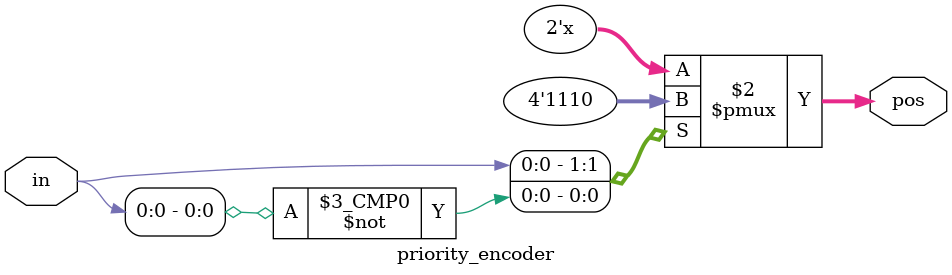
<source format=v>
module priority_encoder( 
input [2:0] in,
output reg [1:0] pos ); 
// When sel=1, assign b to out
// select HIGH or LOW priority
always @(in)
 begin
 casex(in)
 8'bxxxxxxx1: pos = 2'b11;
 8'bxxxxxxx0: pos = 2'b10;
 8'bxxxxxx00: pos = 2'b01;
 8'bxxxxxx01: pos = 2'b00;
 8'bxxxxx101: pos = 2'b11;
 8'bxxxx1011: pos = 2'b10;
 8'bxxxx1001: pos = 2'b01;
 8'bxxxx1000: pos = 2'b00;
 default: pos = 2'b00;
 endcase
 end
endmodule

</source>
